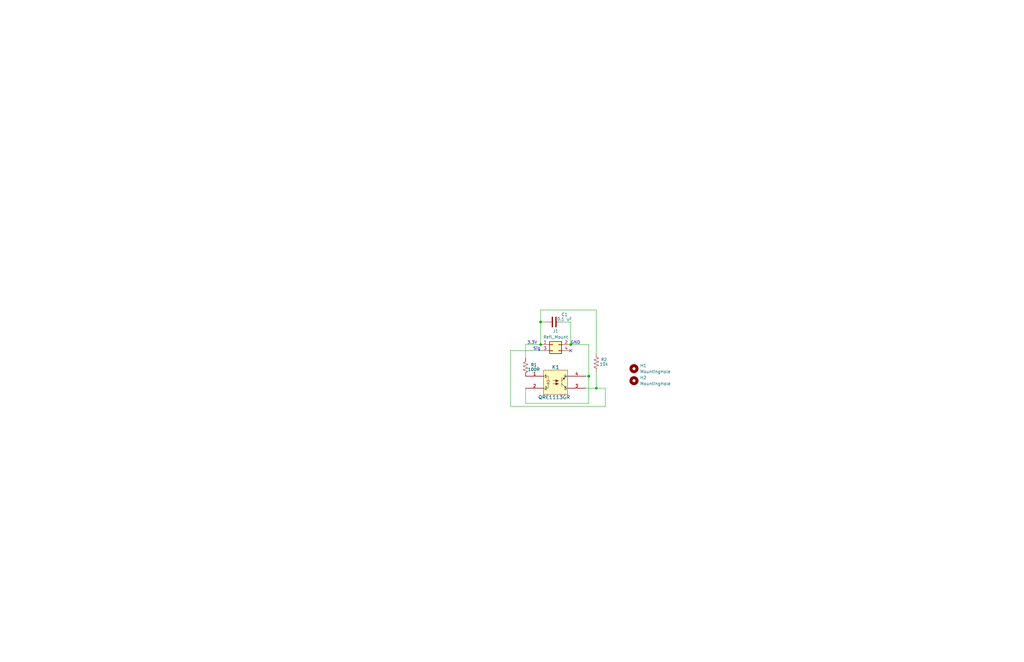
<source format=kicad_sch>
(kicad_sch (version 20230121) (generator eeschema)
  (paper "B")
  (title_block (title "Reflective Opto (Cliff) Sensor") (date "2023-11-25") (rev "0.1") (company "satomm@stanford.edu") (comment 1 "Department of Civil and Environmental Engineering") (comment 2 "Engineering Informatics Group") (comment 3 "Stanford University") (comment 4 "Matthew Sato"))
  (lib_symbols
    (symbol "Connector_Generic:Conn_02x02_Odd_Even" (pin_names (offset 1.016) hide)
      (property "Reference" "J" (at 1.27 2.54 0))
      (property "Value" "Conn_02x02_Odd_Even" (at 1.27 -5.08 0))
      (symbol "Conn_02x02_Odd_Even_1_1"
        (rectangle (start -1.27 -2.413) (end 0 -2.667) (stroke (width 0.1524)))
        (rectangle (start -1.27 0.127) (end 0 -0.127) (stroke (width 0.1524)))
        (rectangle (start -1.27 1.27) (end 3.81 -3.81) (stroke (width 0.254)) (fill (type background)))
        (rectangle (start 3.81 -2.413) (end 2.54 -2.667) (stroke (width 0.1524)))
        (rectangle (start 3.81 0.127) (end 2.54 -0.127) (stroke (width 0.1524)))
        (pin passive line (at -5.08 0 0) (length 3.81) (name "Pin_1") (number "1"))
        (pin passive line (at 7.62 0 180) (length 3.81) (name "Pin_2") (number "2"))
        (pin passive line (at -5.08 -2.54 0) (length 3.81) (name "Pin_3") (number "3"))
        (pin passive line (at 7.62 -2.54 180) (length 3.81) (name "Pin_4") (number "4"))
      )
    )
    (symbol "Device:C" (pin_numbers hide) (pin_names (offset 0.254))
      (property "Reference" "C" (at 0.635 2.54 0))
      (property "Value" "C" (at 0.635 -2.54 0))
      (symbol "C_0_1"
        (polyline (pts (xy -2.032 -0.762) (xy 2.032 -0.762)) (stroke (width 0.508)))
        (polyline (pts (xy -2.032 0.762) (xy 2.032 0.762)) (stroke (width 0.508)))
      )
      (symbol "C_1_1"
        (pin passive line (at 0 3.81 270) (length 2.794) (name "~") (number "1"))
        (pin passive line (at 0 -3.81 90) (length 2.794) (name "~") (number "2"))
      )
    )
    (symbol "Device:R_US" (pin_numbers hide) (pin_names (offset 0))
      (property "Reference" "R" (at 2.54 0 90))
      (property "Value" "R_US" (at -2.54 0 90))
      (symbol "R_US_0_1"
        (polyline (pts (xy 0 -2.286) (xy 0 -2.54)))
        (polyline (pts (xy 0 2.286) (xy 0 2.54)))
        (polyline (pts (xy 0 -0.762) (xy 1.016 -1.143) (xy 0 -1.524) (xy -1.016 -1.905) (xy 0 -2.286)))
        (polyline (pts (xy 0 0.762) (xy 1.016 0.381) (xy 0 0) (xy -1.016 -0.381) (xy 0 -0.762)))
        (polyline (pts (xy 0 2.286) (xy 1.016 1.905) (xy 0 1.524) (xy -1.016 1.143) (xy 0 0.762)))
      )
      (symbol "R_US_1_1"
        (pin passive line (at 0 3.81 270) (length 1.27) (name "~") (number "1"))
        (pin passive line (at 0 -3.81 90) (length 1.27) (name "~") (number "2"))
      )
    )
    (symbol "Mechanical:MountingHole" (pin_names (offset 1.016))
      (property "Reference" "H" (at 0 5.08 0))
      (property "Value" "MountingHole" (at 0 3.175 0))
      (symbol "MountingHole_0_1"
        (circle (center 0 0) (radius 1.27) (stroke (width 1.27)))
      )
    )
    (symbol "RobotLibary:QRE1113GR" (pin_names (offset 0.254))
      (property "Reference" "K" (at 12.7 12.7 0))
      (property "Value" "QRE1113GR" (at 15.24 12.7 0))
      (symbol "QRE1113GR_0_1"
        (polyline (pts (xy 7.62 -5.08) (xy 9.525 -5.08)) (stroke (width 0.127)))
        (polyline (pts (xy 7.62 0) (xy 9.525 0)) (stroke (width 0.127)))
        (polyline (pts (xy 8.89 -1.905) (xy 9.525 -3.175)) (stroke (width 0.127)))
        (polyline (pts (xy 9.525 -3.175) (xy 9.525 -5.08)) (stroke (width 0.127)))
        (polyline (pts (xy 9.525 -3.175) (xy 10.16 -1.905)) (stroke (width 0.127)))
        (polyline (pts (xy 9.525 -1.905) (xy 9.525 0)) (stroke (width 0.127)))
        (polyline (pts (xy 10.16 -3.175) (xy 8.89 -3.175)) (stroke (width 0.127)))
        (polyline (pts (xy 10.16 -1.905) (xy 8.89 -1.905)) (stroke (width 0.127)))
        (polyline (pts (xy 11.43 -3.175) (xy 12.7 -3.175)) (stroke (width 0.127)))
        (polyline (pts (xy 11.43 -1.905) (xy 12.7 -1.905)) (stroke (width 0.127)))
        (polyline (pts (xy 15.24 -1.905) (xy 16.1925 -0.9525)) (stroke (width 0.127)))
        (polyline (pts (xy 15.24 -0.635) (xy 15.24 -4.445)) (stroke (width 0.127)))
        (polyline (pts (xy 16.51 -5.08) (xy 17.78 -5.08)) (stroke (width 0.127)))
        (polyline (pts (xy 16.51 -4.445) (xy 15.24 -3.175)) (stroke (width 0.127)))
        (polyline (pts (xy 16.51 -4.445) (xy 16.51 -5.08)) (stroke (width 0.127)))
        (polyline (pts (xy 16.51 0) (xy 16.51 -0.635)) (stroke (width 0.127)))
        (polyline (pts (xy 16.51 0) (xy 17.78 0)) (stroke (width 0.127)))
        (polyline (pts (xy 13.97 -3.175) (xy 12.7 -3.683) (xy 12.7 -2.667)) (fill (type outline)))
        (polyline (pts (xy 13.97 -1.905) (xy 12.7 -2.413) (xy 12.7 -1.397)) (fill (type outline)))
        (polyline (pts (xy 16.51 -0.635) (xy 15.748 -0.889) (xy 16.256 -1.397) (xy 16.51 -0.635)) (fill (type outline)))
      )
      (symbol "QRE1113GR_1_1"
        (rectangle (start 7.62 2.54) (end 17.78 -7.62) (fill (type background)))
        (pin passive line (at 0 0 0) (length 7.62) (name "1") (number "1"))
        (pin passive line (at 0 -5.08 0) (length 7.62) (name "2") (number "2"))
        (pin passive line (at 25.4 -5.08 180) (length 7.62) (name "3") (number "3"))
        (pin passive line (at 25.4 0 180) (length 7.62) (name "4") (number "4"))
      )
    )
  )
  (junction (at 227.965 145.415))
  (junction (at 240.665 145.415))
  (junction (at 251.46 163.83))
  (junction (at 227.965 135.89))
  (junction (at 248.285 158.75))
  (no_connect (at 240.665 147.955))
  (wire (pts (xy 221.615 145.415) (xy 227.965 145.415)))
  (wire (pts (xy 215.265 147.955) (xy 227.965 147.955)))
  (wire (pts (xy 237.49 135.89) (xy 240.665 135.89)))
  (wire (pts (xy 227.965 135.89) (xy 229.87 135.89)))
  (wire (pts (xy 240.665 135.89) (xy 240.665 145.415)))
  (wire (pts (xy 251.46 149.225) (xy 251.46 130.81)))
  (wire (pts (xy 221.615 151.13) (xy 221.615 145.415)))
  (wire (pts (xy 248.285 158.75) (xy 248.285 170.18)))
  (wire (pts (xy 251.46 163.83) (xy 255.27 163.83)))
  (wire (pts (xy 227.965 135.89) (xy 227.965 145.415)))
  (wire (pts (xy 240.665 145.415) (xy 248.285 145.415)))
  (wire (pts (xy 248.285 145.415) (xy 248.285 158.75)))
  (wire (pts (xy 251.46 163.83) (xy 247.015 163.83)))
  (wire (pts (xy 251.46 156.845) (xy 251.46 163.83)))
  (wire (pts (xy 227.965 130.81) (xy 227.965 135.89)))
  (wire (pts (xy 248.285 158.75) (xy 247.015 158.75)))
  (wire (pts (xy 255.27 171.45) (xy 215.265 171.45)))
  (wire (pts (xy 221.615 170.18) (xy 248.285 170.18)))
  (wire (pts (xy 221.615 163.83) (xy 221.615 170.18)))
  (wire (pts (xy 251.46 130.81) (xy 227.965 130.81)))
  (wire (pts (xy 215.265 171.45) (xy 215.265 147.955)))
  (wire (pts (xy 255.27 163.83) (xy 255.27 171.45)))
  (text "GND" (at 240.665 145.415 0) (effects (font (size 1.27 1.27)) (justify left bottom)))
  (text "Sig" (at 224.79 147.955 0) (effects (font (size 1.27 1.27)) (justify left bottom)))
  (text "3.3V" (at 222.25 145.415 0) (effects (font (size 1.27 1.27)) (justify left bottom)))
  (symbol (lib_id "Connector_Generic:Conn_02x02_Odd_Even") (at 233.045 145.415 0) (unit 1) (in_bom no)
    (property "Reference" "J1" (at 234.315 139.7 0))
    (property "Value" "Refl_Mount" (at 234.315 142.24 0))
    (property "Footprint" "Connector_PinHeader_2.54mm:PinHeader_2x02_P2.54mm_Vertical" (effects hide))
    (property "Datasheet" "https://app.adam-tech.com/products/download/data_sheet/202065/ph2-xx-ua-data-sheet.pdf" (effects hide))
    (property "Description" "CONN HEADER VERT 4POS 2.54MM" (effects hide))
  )
  (symbol (lib_id "RobotLibary:QRE1113GR") (at 221.615 158.75 0) (unit 1)
    (property "Reference" "K1" (at 234.315 154.94 0) (effects (font (size 1.524 1.524))))
    (property "Value" "QRE1113GR" (at 233.68 167.64 0) (effects (font (size 1.524 1.524))))
    (property "Footprint" "ReflectiveLibrary:ARUSM-313_100CY_FAS-M" (effects hide))
    (property "Datasheet" "QRE1113GR" (effects hide))
    (property "Description" "SENSOR OPTO TRANS REFL SMD PHOTO" (effects hide))
    (property "Mfr" "onsemi" (effects hide))
    (property "Mfr P/N" "QRE1113GR" (effects hide))
    (property "Supplier 1" "DigiKey" (effects hide))
    (property "Supplier 1 P/N" "QRE1113GRCT-ND" (effects hide))
  )
  (symbol (lib_id "Mechanical:MountingHole") (at 267.335 160.655 0) (unit 1) (in_bom no)
    (property "Reference" "H2" (at 269.875 159.385 0) (effects (justify left)))
    (property "Value" "MountingHole" (at 269.875 161.925 0) (effects (justify left)))
    (property "Footprint" "MountingHole:MountingHole_2.2mm_M2" (effects hide))
  )
  (symbol (lib_id "Device:R_US") (at 251.46 153.035 180) (unit 1)
    (property "Reference" "R2" (at 254.635 151.765 0))
    (property "Value" "10k" (at 254.635 153.67 0))
    (property "Footprint" "Resistor_SMD:R_0805_2012Metric_Pad1.20x1.40mm_HandSolder" (effects hide))
    (property "Datasheet" "https://www.seielect.com/catalog/sei-rmcf_rmcp.pdf" (effects hide))
    (property "Description" "RES 10K OHM 1% 1/8W 0805" (effects hide))
    (property "Mfr" "Stackpole Electronics Inc" (effects hide))
    (property "Mfr P/N" "RMCF0805FT10K0" (effects hide))
    (property "Supplier 1" "DigiKey" (effects hide))
    (property "Supplier 1 P/N" "RMCF0805FT10K0CT-ND" (effects hide))
  )
  (symbol (lib_id "Device:C") (at 233.68 135.89 90) (unit 1)
    (property "Reference" "C1" (at 239.395 132.715 90) (effects (justify left)))
    (property "Value" "0.1 uF" (at 241.3 134.62 90) (effects (justify left)))
    (property "Footprint" "Capacitor_SMD:C_0805_2012Metric_Pad1.18x1.45mm_HandSolder" (effects hide))
    (property "Datasheet" "https://mm.digikey.com/Volume0/opasdata/d220001/medias/docus/609/CL21B104KBCNNN_Spec.pdf" (effects hide))
    (property "Description" "CAP CER 0.1UF 50V X7R 0805" (effects hide))
    (property "Mfr" "Samsung Electro-Mechanics" (effects hide))
    (property "Mfr P/N" "CL21B104KBCNNNC" (effects hide))
    (property "Supplier 1" "DigiKey" (effects hide))
    (property "Supplier 1 P/N" "1276-1003-1-ND" (effects hide))
  )
  (symbol (lib_id "Device:R_US") (at 221.615 154.94 0) (mirror x) (unit 1)
    (property "Reference" "R1" (at 225.1075 153.9875 0))
    (property "Value" "100R" (at 225.1075 155.8925 0))
    (property "Footprint" "Resistor_SMD:R_0805_2012Metric_Pad1.20x1.40mm_HandSolder" (effects hide))
    (property "Datasheet" "https://www.seielect.com/catalog/sei-rmcf_rmcp.pdf" (effects hide))
    (property "Description" "RES 100 OHM 1% 1/8W 0805" (effects hide))
    (property "Mfr" "Stackpole Electronics Inc" (effects hide))
    (property "Mfr P/N" "RMCF0805FT100R" (effects hide))
    (property "Supplier 1" "DigiKey" (effects hide))
    (property "Supplier 1 P/N" "RMCF0805FT100RCT-ND" (effects hide))
  )
  (symbol (lib_id "Mechanical:MountingHole") (at 267.335 155.575 0) (unit 1) (in_bom no)
    (property "Reference" "H1" (at 269.875 154.305 0) (effects (justify left)))
    (property "Value" "MountingHole" (at 269.875 156.845 0) (effects (justify left)))
    (property "Footprint" "MountingHole:MountingHole_2.2mm_M2" (effects hide))
  )
)
</source>
